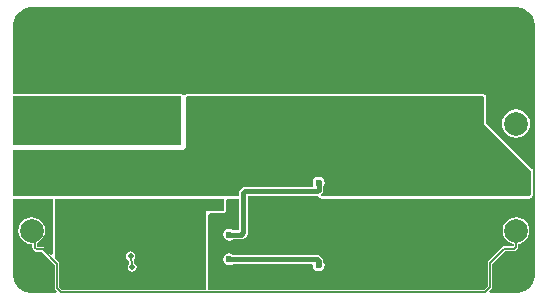
<source format=gbl>
G04 Layer_Physical_Order=4*
G04 Layer_Color=16711680*
%FSAX44Y44*%
%MOMM*%
G71*
G01*
G75*
%ADD22C,0.3810*%
%ADD24C,0.1270*%
%ADD29C,2.0000*%
G04:AMPARAMS|DCode=30|XSize=2mm|YSize=2mm|CornerRadius=0.5mm|HoleSize=0mm|Usage=FLASHONLY|Rotation=270.000|XOffset=0mm|YOffset=0mm|HoleType=Round|Shape=RoundedRectangle|*
%AMROUNDEDRECTD30*
21,1,2.0000,1.0000,0,0,270.0*
21,1,1.0000,2.0000,0,0,270.0*
1,1,1.0000,-0.5000,-0.5000*
1,1,1.0000,-0.5000,0.5000*
1,1,1.0000,0.5000,0.5000*
1,1,1.0000,0.5000,-0.5000*
%
%ADD30ROUNDEDRECTD30*%
%ADD31C,3.0000*%
%ADD32C,0.5000*%
%ADD33C,0.6000*%
G36*
X06866500Y08570500D02*
X06866500Y08529244D01*
X06724144Y08529244D01*
Y08570500D01*
X06866500Y08570500D01*
D02*
G37*
G36*
X07121652Y08570750D02*
X07121837Y08570713D01*
X07121994Y08570608D01*
X07122609Y08569994D01*
X07122714Y08569836D01*
X07122750Y08569651D01*
X07122750Y08553940D01*
X07122750Y08548015D01*
X07122750Y08548015D01*
X07122750Y08548015D01*
X07122750Y08547170D01*
X07123347Y08546573D01*
X07123347Y08546573D01*
X07142484Y08527436D01*
X07162124Y08507797D01*
X07162229Y08507640D01*
X07162266Y08507455D01*
X07162267Y08487111D01*
X07162230Y08486926D01*
X07162125Y08486769D01*
X07161511Y08486155D01*
X07161354Y08486050D01*
X07161168Y08486013D01*
X07127983Y08486013D01*
X06985002Y08486012D01*
X06984875Y08486038D01*
X06984818D01*
X06984792Y08486089D01*
X06984713Y08486192D01*
X06984514Y08486594D01*
X06984481Y08486718D01*
X06984449Y08486782D01*
X06984440Y08486852D01*
X06984432Y08486874D01*
X06984300Y08487100D01*
X06984263Y08487189D01*
X06985735Y08488661D01*
X06986599Y08489953D01*
X06986901Y08491477D01*
Y08494459D01*
X06987630Y08495549D01*
X06988018Y08497500D01*
X06987630Y08499451D01*
X06986525Y08501105D01*
X06984871Y08502210D01*
X06982920Y08502598D01*
X06980969Y08502210D01*
X06979315Y08501105D01*
X06978210Y08499451D01*
X06977822Y08497500D01*
X06978210Y08495549D01*
X06978425Y08495227D01*
X06977747Y08493957D01*
X06920687D01*
X06919163Y08493654D01*
X06917872Y08492791D01*
X06916424Y08491343D01*
X06915561Y08490051D01*
X06915258Y08488528D01*
Y08486012D01*
X06905863Y08486012D01*
X06905863Y08486012D01*
X06901893D01*
X06871193Y08486012D01*
X06724144Y08486011D01*
Y08525165D01*
X06866500Y08525165D01*
X06868061Y08525476D01*
X06869384Y08526360D01*
X06870268Y08527683D01*
X06870579Y08529244D01*
X06870578Y08569681D01*
X06870591Y08569691D01*
X06870698Y08569730D01*
X06870910Y08569924D01*
X06871143Y08570094D01*
X06871633Y08570628D01*
X06871732Y08570694D01*
X06871758Y08570720D01*
X06871795Y08570722D01*
X06871910Y08570750D01*
X06893500D01*
X07121652Y08570750D01*
D02*
G37*
G36*
X06740000Y08645856D02*
X07150000D01*
X07151562Y08645856D01*
X07154625Y08645247D01*
X07157511Y08644052D01*
X07160108Y08642317D01*
X07162317Y08640108D01*
X07164052Y08637511D01*
X07165247Y08634625D01*
X07165856Y08631562D01*
X07165856Y08630000D01*
Y08420000D01*
X07165856Y08418438D01*
X07165247Y08415375D01*
X07164052Y08412489D01*
X07162317Y08409892D01*
X07160108Y08407683D01*
X07157511Y08405948D01*
X07154625Y08404753D01*
X07151562Y08404144D01*
X07127549D01*
X07127064Y08405317D01*
X07129373Y08407626D01*
X07129794Y08408257D01*
X07129942Y08409000D01*
X07129942Y08409000D01*
Y08428919D01*
X07140695Y08439672D01*
X07148576D01*
X07149319Y08439819D01*
X07149949Y08440240D01*
X07151373Y08441664D01*
X07151794Y08442294D01*
X07151942Y08443038D01*
Y08445688D01*
X07152942Y08445820D01*
X07155684Y08446956D01*
X07158038Y08448762D01*
X07159844Y08451116D01*
X07160980Y08453858D01*
X07161367Y08456800D01*
X07160980Y08459742D01*
X07159844Y08462484D01*
X07158038Y08464838D01*
X07155684Y08466644D01*
X07152942Y08467780D01*
X07150000Y08468167D01*
X07147058Y08467780D01*
X07144316Y08466644D01*
X07141962Y08464838D01*
X07140156Y08462484D01*
X07139020Y08459742D01*
X07138633Y08456800D01*
X07139020Y08453858D01*
X07140156Y08451116D01*
X07141962Y08448762D01*
X07144316Y08446956D01*
X07147058Y08445820D01*
X07148058Y08445688D01*
Y08443842D01*
X07147772Y08443556D01*
X07139891D01*
X07139147Y08443408D01*
X07138517Y08442987D01*
X07138517Y08442987D01*
X07126627Y08431097D01*
X07126205Y08430466D01*
X07126058Y08429724D01*
Y08409805D01*
X07123030Y08406777D01*
X06889289D01*
X06889289Y08429713D01*
Y08435171D01*
X06889289Y08451321D01*
X06889289Y08470258D01*
X06889815Y08471002D01*
X06890559Y08471528D01*
X06901404Y08471528D01*
X06901404Y08471528D01*
X06901605Y08471528D01*
X06901802Y08471567D01*
X06902003Y08471567D01*
X06902025Y08471576D01*
X06902047Y08471577D01*
X06902048Y08471577D01*
X06902211Y08471648D01*
X06902385Y08471683D01*
X06902395Y08471689D01*
X06902395Y08471689D01*
X06902717Y08471823D01*
X06902728Y08471825D01*
X06902894Y08471936D01*
X06903079Y08472012D01*
X06903222Y08472155D01*
X06903390Y08472267D01*
X06903862Y08472739D01*
X06903862Y08472740D01*
X06904004Y08472881D01*
X06904116Y08473048D01*
X06904257Y08473190D01*
X06904285Y08473257D01*
X06904332Y08473312D01*
X06904333Y08473312D01*
X06904374Y08473435D01*
X06904446Y08473543D01*
X06904448Y08473554D01*
X06904448Y08473555D01*
X06904581Y08473876D01*
X06904581Y08473876D01*
X06904587Y08473885D01*
X06904620Y08474048D01*
X06904689Y08474199D01*
X06904689Y08474199D01*
X06904690Y08474236D01*
X06904704Y08474270D01*
X06904704Y08474470D01*
X06904706Y08474481D01*
X06904706Y08474481D01*
X06904706Y08474482D01*
Y08474482D01*
X06904743Y08474666D01*
Y08474866D01*
X06904743Y08474867D01*
X06904743Y08483074D01*
X06905493Y08483825D01*
X06906013Y08483973D01*
X06915258Y08483973D01*
Y08457482D01*
X06910255D01*
X06909165Y08458210D01*
X06907214Y08458598D01*
X06905263Y08458210D01*
X06903609Y08457105D01*
X06902504Y08455451D01*
X06902116Y08453500D01*
X06902504Y08451549D01*
X06903609Y08449895D01*
X06905263Y08448790D01*
X06907214Y08448402D01*
X06909165Y08448790D01*
X06910255Y08449518D01*
X06917460D01*
X06918984Y08449822D01*
X06920276Y08450685D01*
X06922054Y08452464D01*
X06922918Y08453755D01*
X06923221Y08455279D01*
Y08485994D01*
X06981418D01*
X06982491Y08486207D01*
X06982493Y08486205D01*
X06982538Y08486073D01*
X06982551Y08486052D01*
X06982603Y08485947D01*
X06982621Y08485877D01*
X06982653Y08485814D01*
X06982686Y08485690D01*
X06982885Y08485288D01*
X06982964Y08485185D01*
X06982964Y08485184D01*
X06982990Y08485133D01*
X06983033Y08485077D01*
X06983096Y08484949D01*
X06983176Y08484846D01*
X06983255Y08484777D01*
X06983376Y08484595D01*
X06983433Y08484557D01*
X06983475Y08484503D01*
X06983726Y08484358D01*
X06983743Y08484342D01*
X06983760Y08484335D01*
X06983775Y08484322D01*
X06983796Y08484315D01*
X06984037Y08484153D01*
X06984105Y08484140D01*
X06984165Y08484106D01*
X06984381Y08484077D01*
X06984478Y08484037D01*
X06984605Y08484012D01*
X06984748D01*
X06984818Y08483998D01*
X06984875D01*
X06985002Y08483973D01*
X07127983Y08483973D01*
X07161168Y08483973D01*
X07161365Y08484012D01*
X07161566Y08484012D01*
X07161752Y08484050D01*
X07161752D01*
X07161937Y08484127D01*
X07161949Y08484128D01*
X07161959Y08484135D01*
X07162280Y08484268D01*
X07162291Y08484271D01*
X07162301Y08484277D01*
X07162487Y08484354D01*
X07162644Y08484459D01*
X07162786Y08484601D01*
X07162953Y08484713D01*
X07163567Y08485327D01*
X07163679Y08485494D01*
X07163821Y08485636D01*
X07163926Y08485793D01*
X07163926Y08485793D01*
X07163926Y08485793D01*
X07164003Y08485979D01*
X07164009Y08485988D01*
X07164011Y08486000D01*
X07164145Y08486321D01*
X07164151Y08486331D01*
X07164153Y08486343D01*
X07164230Y08486528D01*
Y08486528D01*
X07164230Y08486528D01*
X07164267Y08486714D01*
X07164267Y08486915D01*
X07164306Y08487112D01*
X07164305Y08507455D01*
X07164266Y08507652D01*
Y08507853D01*
X07164229Y08508038D01*
X07164152Y08508224D01*
X07164150Y08508235D01*
X07164143Y08508245D01*
X07164010Y08508566D01*
X07164008Y08508578D01*
X07164001Y08508588D01*
X07163925Y08508773D01*
X07163820Y08508931D01*
X07163677Y08509072D01*
X07163566Y08509240D01*
X07143926Y08528878D01*
X07124789Y08548015D01*
X07124789Y08553940D01*
X07124789Y08569651D01*
X07124750Y08569848D01*
Y08570049D01*
X07124714Y08570234D01*
Y08570234D01*
X07124637Y08570420D01*
X07124634Y08570432D01*
X07124628Y08570441D01*
X07124495Y08570762D01*
X07124492Y08570774D01*
X07124486Y08570784D01*
X07124409Y08570969D01*
X07124304Y08571127D01*
X07124162Y08571269D01*
X07124050Y08571436D01*
X07123436Y08572050D01*
X07123269Y08572161D01*
X07123127Y08572303D01*
X07122970Y08572408D01*
X07122970Y08572408D01*
X07122970Y08572408D01*
X07122784Y08572485D01*
X07122775Y08572492D01*
X07122764Y08572494D01*
X07122576Y08572572D01*
X07122441Y08572628D01*
X07122432Y08572634D01*
X07122421Y08572636D01*
X07122235Y08572713D01*
X07122235D01*
X07122234Y08572713D01*
X07122050Y08572750D01*
X07121849D01*
X07121652Y08572789D01*
X06893500Y08572789D01*
X06871910D01*
X06871760Y08572759D01*
X06871758Y08572759D01*
X06871735Y08572755D01*
X06871708Y08572759D01*
X06871671Y08572758D01*
X06871591Y08572738D01*
X06871428Y08572731D01*
X06871313Y08572703D01*
X06871191Y08572647D01*
X06870977Y08572604D01*
X06870941Y08572580D01*
X06870898Y08572570D01*
X06870722Y08572441D01*
X06870599Y08572390D01*
X06870500Y08572324D01*
X06870385Y08572208D01*
X06870316Y08572162D01*
X06870289Y08572136D01*
X06870274Y08572113D01*
X06870256Y08572100D01*
X06870255Y08572098D01*
X06870131Y08572007D01*
X06869777Y08571622D01*
X06869706Y08571570D01*
X06869630Y08571487D01*
X06869337Y08571438D01*
X06868796Y08571467D01*
X06868444Y08571543D01*
X06868049Y08571782D01*
X06867942Y08571942D01*
X06867280Y08572384D01*
X06866500Y08572539D01*
X06724144Y08572539D01*
Y08630000D01*
X06724144Y08631562D01*
X06724753Y08634625D01*
X06725948Y08637511D01*
X06727683Y08640108D01*
X06729892Y08642317D01*
X06732489Y08644052D01*
X06735375Y08645247D01*
X06738438Y08645856D01*
X06740000Y08645856D01*
D02*
G37*
G36*
X06902704Y08474866D02*
X06902704Y08474866D01*
Y08474666D01*
X06902704Y08474666D01*
X06902698Y08474656D01*
X06902564Y08474335D01*
X06902562Y08474323D01*
X06902562Y08474323D01*
X06902421Y08474182D01*
X06902420Y08474181D01*
X06901948Y08473709D01*
X06901937Y08473707D01*
X06901615Y08473574D01*
X06901605Y08473567D01*
X06901605Y08473567D01*
X06901404Y08473567D01*
X06901404Y08473567D01*
X06890187Y08473567D01*
X06890187Y08473567D01*
X06890187Y08473567D01*
X06887250D01*
Y08470630D01*
X06887250Y08451321D01*
X06887250Y08435171D01*
Y08429713D01*
X06887250Y08406777D01*
X06765217D01*
X06763295Y08408699D01*
Y08428762D01*
X06763295Y08428762D01*
X06763148Y08429505D01*
X06762726Y08430135D01*
X06759750Y08433112D01*
Y08436810D01*
X06759750Y08482702D01*
X06759750Y08482702D01*
X06759750Y08482702D01*
Y08483972D01*
X06871193Y08483973D01*
X06902704Y08483973D01*
X06902704Y08474866D01*
D02*
G37*
G36*
X06757711Y08482702D02*
X06757711Y08482702D01*
X06757711Y08482702D01*
X06757711Y08436946D01*
X06757361Y08436665D01*
X06756537Y08436324D01*
X06750636Y08442225D01*
X06750006Y08442646D01*
X06749263Y08442794D01*
X06744953D01*
X06744442Y08443304D01*
Y08446442D01*
X06745684Y08446956D01*
X06748038Y08448762D01*
X06749844Y08451116D01*
X06750980Y08453858D01*
X06751367Y08456800D01*
X06750980Y08459742D01*
X06749844Y08462484D01*
X06748038Y08464838D01*
X06745684Y08466644D01*
X06742942Y08467780D01*
X06740000Y08468167D01*
X06737058Y08467780D01*
X06734316Y08466644D01*
X06731962Y08464838D01*
X06730156Y08462484D01*
X06729020Y08459742D01*
X06728633Y08456800D01*
X06729020Y08453858D01*
X06730156Y08451116D01*
X06731962Y08448762D01*
X06734316Y08446956D01*
X06737058Y08445820D01*
X06740000Y08445433D01*
X06740558Y08444944D01*
Y08442500D01*
X06740706Y08441757D01*
X06741127Y08441127D01*
X06742775Y08439478D01*
X06743405Y08439057D01*
X06744148Y08438909D01*
X06748458D01*
X06759410Y08427957D01*
Y08407894D01*
X06759559Y08407151D01*
X06759980Y08406521D01*
X06761184Y08405317D01*
X06760698Y08404144D01*
X06738438D01*
X06735375Y08404753D01*
X06732489Y08405948D01*
X06729892Y08407683D01*
X06727683Y08409892D01*
X06725948Y08412489D01*
X06724753Y08415375D01*
X06724144Y08418438D01*
X06724144Y08420000D01*
Y08483972D01*
X06757711Y08483972D01*
Y08482702D01*
D02*
G37*
%LPC*%
G36*
X07150000Y08559504D02*
X07146867Y08559091D01*
X07143948Y08557882D01*
X07141442Y08555959D01*
X07139518Y08553452D01*
X07138309Y08550533D01*
X07137896Y08547400D01*
X07138309Y08544268D01*
X07139518Y08541348D01*
X07141442Y08538842D01*
X07143948Y08536918D01*
X07146867Y08535709D01*
X07150000Y08535297D01*
X07153132Y08535709D01*
X07156052Y08536918D01*
X07158558Y08538842D01*
X07160482Y08541348D01*
X07161691Y08544268D01*
X07162103Y08547400D01*
X07161691Y08550533D01*
X07160482Y08553452D01*
X07158558Y08555959D01*
X07156052Y08557882D01*
X07153132Y08559091D01*
X07150000Y08559504D01*
D02*
G37*
G36*
X06907214Y08437635D02*
X06905263Y08437248D01*
X06903609Y08436143D01*
X06902504Y08434489D01*
X06902116Y08432538D01*
X06902504Y08430587D01*
X06903609Y08428933D01*
X06905263Y08427828D01*
X06907214Y08427440D01*
X06909165Y08427828D01*
X06910255Y08428557D01*
X06977031D01*
X06977837Y08427574D01*
X06977822Y08427500D01*
X06978210Y08425549D01*
X06979315Y08423895D01*
X06980969Y08422790D01*
X06982920Y08422402D01*
X06984871Y08422790D01*
X06986525Y08423895D01*
X06987630Y08425549D01*
X06988018Y08427500D01*
X06987630Y08429451D01*
X06986901Y08430541D01*
Y08430981D01*
X06986599Y08432504D01*
X06985735Y08433796D01*
X06984178Y08435353D01*
X06982886Y08436216D01*
X06981363Y08436519D01*
X06910255D01*
X06909165Y08437248D01*
X06907214Y08437635D01*
D02*
G37*
G36*
X06823714Y08439344D02*
X06822243Y08439051D01*
X06820996Y08438218D01*
X06820163Y08436971D01*
X06819870Y08435500D01*
X06820163Y08434029D01*
X06820996Y08432782D01*
X06821772Y08432264D01*
Y08431694D01*
X06821920Y08430950D01*
X06822341Y08430320D01*
X06822284Y08428756D01*
X06821450Y08427509D01*
X06821158Y08426038D01*
X06821450Y08424567D01*
X06822284Y08423320D01*
X06823531Y08422487D01*
X06825002Y08422194D01*
X06826473Y08422487D01*
X06827720Y08423320D01*
X06828553Y08424567D01*
X06828846Y08426038D01*
X06828553Y08427509D01*
X06827720Y08428756D01*
X06826944Y08429274D01*
Y08430406D01*
X06826944Y08430406D01*
X06826796Y08431149D01*
X06826375Y08431779D01*
X06826539Y08432943D01*
X06827265Y08434029D01*
X06827558Y08435500D01*
X06827265Y08436971D01*
X06826432Y08438218D01*
X06825185Y08439051D01*
X06823714Y08439344D01*
D02*
G37*
%LPD*%
D22*
X06982920Y08427500D02*
Y08430981D01*
X06981363Y08432538D02*
X06982920Y08430981D01*
X06909500Y08432538D02*
X06981363D01*
X06909500Y08453500D02*
X06917460D01*
X06982920Y08491477D02*
Y08497500D01*
X06917460Y08453500D02*
X06919240Y08455279D01*
X06981418Y08489976D02*
X06982920Y08491477D01*
X06919240Y08455279D02*
Y08488528D01*
X06920687Y08489976D01*
X06981418D01*
D24*
X07150000Y08443038D02*
Y08456800D01*
X06825002Y08426038D02*
Y08430406D01*
X06823714Y08431694D02*
X06825002Y08430406D01*
X06823714Y08431694D02*
Y08435500D01*
X06761353Y08407894D02*
Y08428762D01*
X06749263Y08440852D02*
X06761353Y08428762D01*
X06744148Y08440852D02*
X06749263D01*
X06742500Y08442500D02*
X06744148Y08440852D01*
X06761353Y08407894D02*
X06764413Y08404835D01*
X07123835D01*
X07128000Y08409000D02*
Y08429724D01*
X07123835Y08404835D02*
X07128000Y08409000D01*
Y08429724D02*
X07139891Y08441614D01*
X07148576D01*
X07150000Y08443038D01*
X06742500Y08442500D02*
Y08456800D01*
D29*
X06740000Y08547733D02*
D03*
Y08502267D02*
D03*
Y08456800D02*
D03*
X07150000Y08547400D02*
D03*
Y08502600D02*
D03*
Y08456800D02*
D03*
D30*
X06740000Y08593200D02*
D03*
X07150000D02*
D03*
D31*
X06740000Y08420000D02*
D03*
X07150000D02*
D03*
X07150000Y08630000D02*
D03*
X06740000D02*
D03*
D32*
X07122160Y08514080D02*
D03*
Y08503920D02*
D03*
X07112000Y08514080D02*
D03*
Y08503920D02*
D03*
X07101840Y08514080D02*
D03*
Y08503920D02*
D03*
X07091680Y08514080D02*
D03*
Y08503920D02*
D03*
X07081520Y08514080D02*
D03*
Y08503920D02*
D03*
X06870214Y08443288D02*
D03*
X06859214D02*
D03*
X06870214Y08454288D02*
D03*
X06859214D02*
D03*
X06793162Y08462750D02*
D03*
X06823714Y08435500D02*
D03*
X06825002Y08426038D02*
D03*
X06892087Y08481390D02*
D03*
X06886473D02*
D03*
X06824214Y08445538D02*
D03*
X06729730Y08472170D02*
D03*
Y08481060D02*
D03*
X06738620Y08472170D02*
D03*
Y08481060D02*
D03*
X06747510Y08472170D02*
D03*
Y08481060D02*
D03*
X06731000Y08534400D02*
D03*
Y08559800D02*
D03*
X06756400Y08534400D02*
D03*
Y08547100D02*
D03*
Y08559800D02*
D03*
X06769100Y08534400D02*
D03*
Y08547100D02*
D03*
Y08559800D02*
D03*
X06781800Y08534400D02*
D03*
Y08547100D02*
D03*
Y08559800D02*
D03*
X06794500Y08534400D02*
D03*
Y08547100D02*
D03*
Y08559800D02*
D03*
X06807200Y08534400D02*
D03*
Y08547100D02*
D03*
Y08559800D02*
D03*
X06819900Y08534400D02*
D03*
Y08547100D02*
D03*
Y08559800D02*
D03*
X06858000Y08534400D02*
D03*
Y08547100D02*
D03*
Y08559800D02*
D03*
X06766560Y08595360D02*
D03*
Y08615680D02*
D03*
Y08636000D02*
D03*
X06786880Y08595360D02*
D03*
Y08615680D02*
D03*
Y08636000D02*
D03*
X06807200Y08595360D02*
D03*
Y08615680D02*
D03*
Y08636000D02*
D03*
X06868160Y08595360D02*
D03*
Y08615680D02*
D03*
Y08636000D02*
D03*
X06888480Y08595360D02*
D03*
Y08636000D02*
D03*
X06908800Y08595360D02*
D03*
Y08636000D02*
D03*
X06929120Y08595360D02*
D03*
Y08636000D02*
D03*
X06949440Y08595360D02*
D03*
Y08615680D02*
D03*
Y08636000D02*
D03*
X06969760Y08595360D02*
D03*
Y08615680D02*
D03*
Y08636000D02*
D03*
X06990080Y08595360D02*
D03*
Y08615680D02*
D03*
Y08636000D02*
D03*
X07010400Y08595360D02*
D03*
Y08615680D02*
D03*
Y08636000D02*
D03*
X07051040Y08595360D02*
D03*
Y08615680D02*
D03*
Y08636000D02*
D03*
X07071360Y08595360D02*
D03*
Y08615680D02*
D03*
Y08636000D02*
D03*
X07091680Y08595360D02*
D03*
Y08615680D02*
D03*
Y08636000D02*
D03*
X07112000Y08595360D02*
D03*
Y08615680D02*
D03*
Y08636000D02*
D03*
X06897675Y08481390D02*
D03*
X06898640Y08413540D02*
D03*
X06908800D02*
D03*
Y08423700D02*
D03*
X06929120Y08413540D02*
D03*
Y08423700D02*
D03*
X06939280Y08413540D02*
D03*
X06949440D02*
D03*
X06959600D02*
D03*
X06969760D02*
D03*
X06979920D02*
D03*
X06990080D02*
D03*
Y08423700D02*
D03*
X07000240Y08413540D02*
D03*
Y08423700D02*
D03*
X07010400Y08413540D02*
D03*
Y08423700D02*
D03*
X06766560Y08423656D02*
D03*
Y08464296D02*
D03*
Y08474456D02*
D03*
X06776720Y08464296D02*
D03*
Y08474456D02*
D03*
X06807200Y08413496D02*
D03*
Y08423656D02*
D03*
Y08443976D02*
D03*
Y08454136D02*
D03*
X06827520Y08413496D02*
D03*
X06837680D02*
D03*
X06847840D02*
D03*
Y08423656D02*
D03*
Y08433816D02*
D03*
Y08443976D02*
D03*
Y08454136D02*
D03*
Y08464296D02*
D03*
Y08474456D02*
D03*
X06858000Y08413496D02*
D03*
Y08423656D02*
D03*
Y08464296D02*
D03*
Y08474456D02*
D03*
X06868160Y08413496D02*
D03*
Y08423656D02*
D03*
Y08464296D02*
D03*
Y08474456D02*
D03*
X06878320Y08413496D02*
D03*
Y08423656D02*
D03*
Y08464296D02*
D03*
D33*
X06907214Y08432538D02*
D03*
Y08453500D02*
D03*
X06982920Y08427500D02*
D03*
Y08497500D02*
D03*
M02*

</source>
